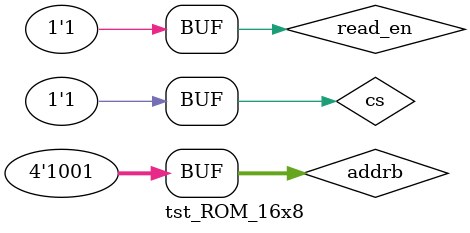
<source format=v>
module tst_ROM_16x8;

	reg [3:0] addrb;
	wire [7:0] datab;
	reg cs, read_en;
	
	ROM_16x8 rom (cs, addrb, datab, read_en);
	
	initial begin
		#5 addrb =  0; 	//0 000
		#10 addrb = 7; 	//0 111
		#10 addrb = 8; 	//1 000
		#5 addrb = 15; 	//1 111
		#5 addrb = 14; 	//1 110
		#5 addrb = 11; 	//1 011
		#5 addrb = 12; 	//1 100
		#5 addrb = 9; 	 //1 001
	end
	
	initial begin
		cs = 1;
		read_en = 1;		
	end

endmodule


</source>
